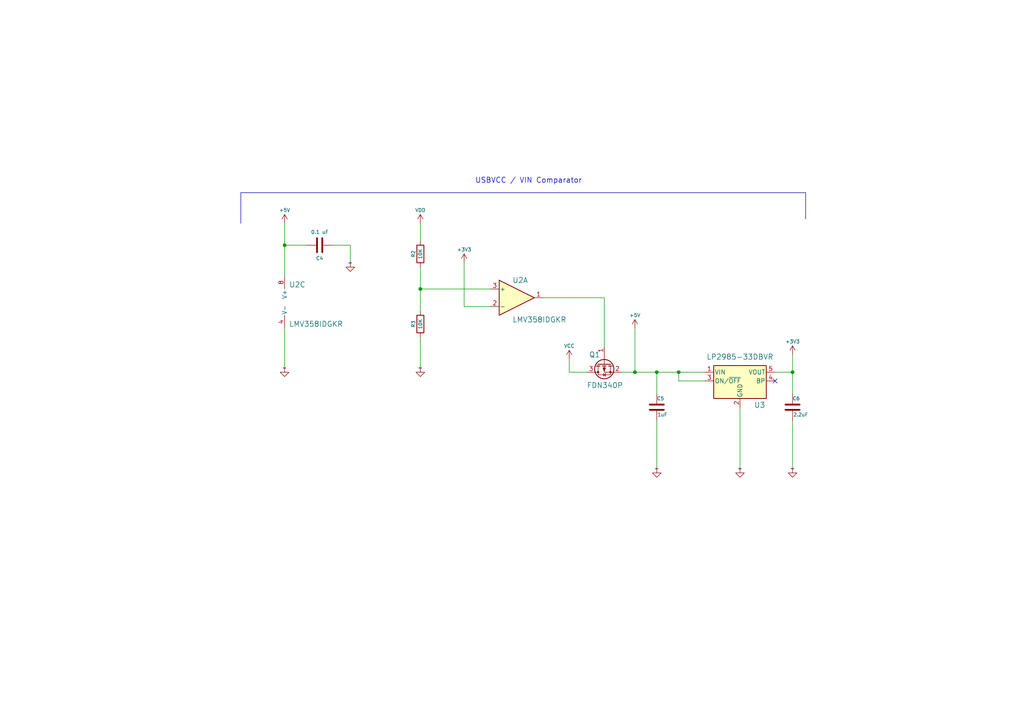
<source format=kicad_sch>
(kicad_sch (version 20230121) (generator eeschema)
  (paper "A4")
  (title_block (title "Arduino UNO R3 Clone") (date "2021-08-06") (rev "1") (company "Rheingold Heavy") (comment 1 "Based on the Arduino UNO R3 From arduino.cc"))
  (lib_symbols
    (symbol "Amplifier_Operational:LMV358" (pin_names (offset 0.127))
      (property "Reference" "U" (at 0 5.08 0))
      (property "Value" "LMV358" (at 0 -5.08 0))
      (symbol "LMV358_1_1"
        (polyline (pts (xy -5.08 5.08) (xy 5.08 0) (xy -5.08 -5.08) (xy -5.08 5.08)) (stroke (width 0.254)) (fill (type background)))
        (pin output line (at 7.62 0 180) (length 2.54) (name "~") (number "1"))
        (pin input line (at -7.62 -2.54 0) (length 2.54) (name "-") (number "2"))
        (pin input line (at -7.62 2.54 0) (length 2.54) (name "+") (number "3"))
      )
      (symbol "LMV358_2_1"
        (polyline (pts (xy -5.08 5.08) (xy 5.08 0) (xy -5.08 -5.08) (xy -5.08 5.08)) (stroke (width 0.254)) (fill (type background)))
        (pin input line (at -7.62 2.54 0) (length 2.54) (name "+") (number "5"))
        (pin input line (at -7.62 -2.54 0) (length 2.54) (name "-") (number "6"))
        (pin output line (at 7.62 0 180) (length 2.54) (name "~") (number "7"))
      )
      (symbol "LMV358_3_1"
        (pin power_in line (at -2.54 -7.62 90) (length 3.81) (name "V-") (number "4"))
        (pin power_in line (at -2.54 7.62 270) (length 3.81) (name "V+") (number "8"))
      )
    )
    (symbol "Device:C" (pin_numbers hide) (pin_names (offset 0.254))
      (property "Reference" "C" (at 0.635 2.54 0))
      (property "Value" "C" (at 0.635 -2.54 0))
      (symbol "C_0_1"
        (polyline (pts (xy -2.032 -0.762) (xy 2.032 -0.762)) (stroke (width 0.508)))
        (polyline (pts (xy -2.032 0.762) (xy 2.032 0.762)) (stroke (width 0.508)))
      )
      (symbol "C_1_1"
        (pin passive line (at 0 3.81 270) (length 2.794) (name "~") (number "1"))
        (pin passive line (at 0 -3.81 90) (length 2.794) (name "~") (number "2"))
      )
    )
    (symbol "Device:Q_PMOS_GSD" (pin_names (offset 0) hide)
      (property "Reference" "Q" (at 5.08 1.27 0))
      (property "Value" "Q_PMOS_GSD" (at 5.08 -1.27 0))
      (symbol "Q_PMOS_GSD_0_1"
        (polyline (pts (xy 0.254 0) (xy -2.54 0)))
        (polyline (pts (xy 0.254 1.905) (xy 0.254 -1.905)) (stroke (width 0.254)))
        (polyline (pts (xy 0.762 -1.27) (xy 0.762 -2.286)) (stroke (width 0.254)))
        (polyline (pts (xy 0.762 0.508) (xy 0.762 -0.508)) (stroke (width 0.254)))
        (polyline (pts (xy 0.762 2.286) (xy 0.762 1.27)) (stroke (width 0.254)))
        (polyline (pts (xy 2.54 2.54) (xy 2.54 1.778)))
        (polyline (pts (xy 2.54 -2.54) (xy 2.54 0) (xy 0.762 0)))
        (polyline (pts (xy 0.762 1.778) (xy 3.302 1.778) (xy 3.302 -1.778) (xy 0.762 -1.778)))
        (polyline (pts (xy 2.286 0) (xy 1.27 0.381) (xy 1.27 -0.381) (xy 2.286 0)) (fill (type outline)))
        (polyline (pts (xy 2.794 -0.508) (xy 2.921 -0.381) (xy 3.683 -0.381) (xy 3.81 -0.254)))
        (polyline (pts (xy 3.302 -0.381) (xy 2.921 0.254) (xy 3.683 0.254) (xy 3.302 -0.381)))
        (circle (center 1.651 0) (radius 2.794) (stroke (width 0.254)))
        (circle (center 2.54 -1.778) (radius 0.254) (fill (type outline)))
        (circle (center 2.54 1.778) (radius 0.254) (fill (type outline)))
      )
      (symbol "Q_PMOS_GSD_1_1"
        (pin input line (at -5.08 0 0) (length 2.54) (name "G") (number "1"))
        (pin passive line (at 2.54 -5.08 90) (length 2.54) (name "S") (number "2"))
        (pin passive line (at 2.54 5.08 270) (length 2.54) (name "D") (number "3"))
      )
    )
    (symbol "Device:R" (pin_numbers hide) (pin_names (offset 0))
      (property "Reference" "R" (at 2.032 0 90))
      (property "Value" "R" (at 0 0 90))
      (symbol "R_0_1"
        (rectangle (start -1.016 -2.54) (end 1.016 2.54) (stroke (width 0.254)))
      )
      (symbol "R_1_1"
        (pin passive line (at 0 3.81 270) (length 1.27) (name "~") (number "1"))
        (pin passive line (at 0 -3.81 90) (length 1.27) (name "~") (number "2"))
      )
    )
    (symbol "Regulator_Linear:LP2985-3.3" (pin_names (offset 0.254))
      (property "Reference" "U" (at -6.35 5.715 0))
      (property "Value" "LP2985-3.3" (at 0 5.715 0))
      (symbol "LP2985-3.3_0_1"
        (rectangle (start -7.62 -5.08) (end 7.62 4.445) (stroke (width 0.254)) (fill (type background)))
      )
      (symbol "LP2985-3.3_1_1"
        (pin power_in line (at -10.16 2.54 0) (length 2.54) (name "VIN") (number "1"))
        (pin power_in line (at 0 -7.62 90) (length 2.54) (name "GND") (number "2"))
        (pin input line (at -10.16 0 0) (length 2.54) (name "ON/~{OFF}") (number "3"))
        (pin input line (at 10.16 0 180) (length 2.54) (name "BP") (number "4"))
        (pin power_out line (at 10.16 2.54 180) (length 2.54) (name "VOUT") (number "5"))
      )
    )
    (symbol "power:+3V3" (power) (pin_names (offset 0))
      (property "Value" "+3V3" (at 0 3.556 0))
      (symbol "+3V3_0_1"
        (polyline (pts (xy -0.762 1.27) (xy 0 2.54)))
        (polyline (pts (xy 0 0) (xy 0 2.54)))
        (polyline (pts (xy 0 2.54) (xy 0.762 1.27)))
      )
      (symbol "+3V3_1_1"
        (pin power_in line (at 0 0 90) (length 0) hide (name "+3V3") (number "1"))
      )
    )
    (symbol "power:+5V" (power) (pin_names (offset 0))
      (property "Value" "+5V" (at 0 3.556 0))
      (symbol "+5V_0_1"
        (polyline (pts (xy -0.762 1.27) (xy 0 2.54)))
        (polyline (pts (xy 0 0) (xy 0 2.54)))
        (polyline (pts (xy 0 2.54) (xy 0.762 1.27)))
      )
      (symbol "+5V_1_1"
        (pin power_in line (at 0 0 90) (length 0) hide (name "+5V") (number "1"))
      )
    )
    (symbol "power:GND" (power) (pin_names (offset 0))
      (property "Value" "GND" (at 0 -3.81 0))
      (symbol "GND_0_1"
        (polyline (pts (xy 0 0) (xy 0 -1.27) (xy 1.27 -1.27) (xy 0 -2.54) (xy -1.27 -1.27) (xy 0 -1.27)))
      )
      (symbol "GND_1_1"
        (pin power_in line (at 0 0 270) (length 0) hide (name "GND") (number "1"))
      )
    )
    (symbol "power:VCC" (power) (pin_names (offset 0))
      (property "Value" "VCC" (at 0 3.81 0))
      (symbol "VCC_0_1"
        (polyline (pts (xy -0.762 1.27) (xy 0 2.54)))
        (polyline (pts (xy 0 0) (xy 0 2.54)))
        (polyline (pts (xy 0 2.54) (xy 0.762 1.27)))
      )
      (symbol "VCC_1_1"
        (pin power_in line (at 0 0 90) (length 0) hide (name "VCC") (number "1"))
      )
    )
    (symbol "power:VDD" (power) (pin_names (offset 0))
      (property "Value" "VDD" (at 0 3.81 0))
      (symbol "VDD_0_1"
        (polyline (pts (xy -0.762 1.27) (xy 0 2.54)))
        (polyline (pts (xy 0 0) (xy 0 2.54)))
        (polyline (pts (xy 0 2.54) (xy 0.762 1.27)))
      )
      (symbol "VDD_1_1"
        (pin power_in line (at 0 0 90) (length 0) hide (name "VDD") (number "1"))
      )
    )
  )
  (junction (at 82.55 71.12))
  (junction (at 190.5 107.95))
  (junction (at 196.85 107.95))
  (junction (at 229.87 107.95))
  (junction (at 121.92 83.82))
  (junction (at 184.15 107.95))
  (no_connect (at 224.79 110.49))
  (wire (pts (xy 196.85 107.95) (xy 196.85 110.49)))
  (wire (pts (xy 157.48 86.36) (xy 175.26 86.36)))
  (polyline (pts (xy 69.85 55.88) (xy 233.68 55.88)))
  (wire (pts (xy 184.15 95.25) (xy 184.15 107.95)))
  (wire (pts (xy 175.26 86.36) (xy 175.26 100.33)))
  (wire (pts (xy 190.5 107.95) (xy 196.85 107.95)))
  (wire (pts (xy 121.92 64.77) (xy 121.92 69.85)))
  (wire (pts (xy 190.5 121.92) (xy 190.5 135.89)))
  (wire (pts (xy 121.92 83.82) (xy 142.24 83.82)))
  (wire (pts (xy 121.92 106.68) (xy 121.92 97.79)))
  (polyline (pts (xy 233.68 55.88) (xy 233.68 63.5)))
  (wire (pts (xy 96.52 71.12) (xy 101.6 71.12)))
  (wire (pts (xy 229.87 107.95) (xy 229.87 114.3)))
  (wire (pts (xy 82.55 64.77) (xy 82.55 71.12)))
  (wire (pts (xy 224.79 107.95) (xy 229.87 107.95)))
  (polyline (pts (xy 69.85 64.77) (xy 69.85 55.88)))
  (wire (pts (xy 121.92 83.82) (xy 121.92 90.17)))
  (wire (pts (xy 184.15 107.95) (xy 190.5 107.95)))
  (wire (pts (xy 214.63 118.11) (xy 214.63 135.89)))
  (wire (pts (xy 134.62 88.9) (xy 134.62 76.2)))
  (wire (pts (xy 134.62 88.9) (xy 142.24 88.9)))
  (wire (pts (xy 229.87 121.92) (xy 229.87 135.89)))
  (wire (pts (xy 229.87 102.87) (xy 229.87 107.95)))
  (wire (pts (xy 170.18 107.95) (xy 165.1 107.95)))
  (wire (pts (xy 82.55 106.68) (xy 82.55 95.25)))
  (wire (pts (xy 121.92 77.47) (xy 121.92 83.82)))
  (wire (pts (xy 101.6 71.12) (xy 101.6 76.2)))
  (wire (pts (xy 204.47 110.49) (xy 196.85 110.49)))
  (wire (pts (xy 82.55 71.12) (xy 88.9 71.12)))
  (wire (pts (xy 196.85 107.95) (xy 204.47 107.95)))
  (wire (pts (xy 82.55 71.12) (xy 82.55 80.01)))
  (wire (pts (xy 165.1 107.95) (xy 165.1 104.14)))
  (wire (pts (xy 180.34 107.95) (xy 184.15 107.95)))
  (wire (pts (xy 190.5 107.95) (xy 190.5 114.3)))
  (text "USBVCC / VIN Comparator" (at 137.795 53.34 0) (effects (font (size 1.524 1.524)) (justify left bottom)))
  (symbol (lib_id "Device:R") (at 121.92 73.66 180) (unit 1)
    (property "Reference" "R2" (at 119.888 73.66 90) (effects (font (size 1.016 1.016))))
    (property "Value" "10K" (at 121.92 73.66 90) (effects (font (size 1.016 1.016))))
    (property "Footprint" "Resistor_SMD:R_0603_1608Metric" (effects hide))
    (property "Datasheet" "http://images.ihscontent.net/vipimages/VipMasterIC/IC/VISH/VISHS75859/VISHS75859-1.pdf" (effects hide))
    (property "Characteristics" "RESISTOR, METAL GLAZE/THICK FILM, 0.125W, 5%, 200ppm, 10000ohm, SURFACE MOUNT, 0805" (effects hide))
    (property "Description" "10K Comparator Voltage Divider Resistor" (effects hide))
    (property "MFN" "Vishay" (effects hide))
    (property "Package ID" "SMD_0805" (effects hide))
    (property "Source" "ANY" (effects hide))
    (property "Critical" "N" (effects hide))
    (property "Subsystem" "Voltage_Mgmt" (effects hide))
    (property "MPN" "CRCW080510K0JNEA" (effects hide))
  )
  (symbol (lib_id "Device:Q_PMOS_GSD") (at 175.26 105.41 90) (mirror x) (unit 1)
    (property "Reference" "Q1" (at 170.815 102.87 90) (effects (font (size 1.524 1.524)) (justify right)))
    (property "Value" "FDN340P" (at 170.18 111.76 90) (effects (font (size 1.524 1.524)) (justify right)))
    (property "Footprint" "Package_TO_SOT_SMD:SOT-23" (effects hide))
    (property "Datasheet" "https://www.fairchildsemi.com/datasheets/FD/FDN340P.pdf" (effects hide))
    (property "Characteristics" "2000 mA, 20 V, P-CHANNEL, Si, SMALL SIGNAL, MOSFET, SUPERSOT-3" (effects hide))
    (property "Description" "USBVCC MOSFET" (effects hide))
    (property "MFN" "Fairchild Semiconductor" (effects hide))
    (property "Package ID" "SOT23" (effects hide))
    (property "Source" "ANY" (effects hide))
    (property "Critical" "N" (effects hide))
    (property "Subsystem" "Voltage_Mgmt" (effects hide))
    (property "MPN" "FDN340P" (effects hide))
  )
  (symbol (lib_id "Amplifier_Operational:LMV358") (at 149.86 86.36 0) (unit 1)
    (property "Reference" "U2" (at 148.59 81.28 0) (effects (font (size 1.524 1.524)) (justify left)))
    (property "Value" "LMV358IDGKR" (at 148.59 92.71 0) (effects (font (size 1.524 1.524)) (justify left)))
    (property "Footprint" "Package_SO:HVSSOP-8-1EP_3x3mm_P0.65mm_EP1.57x1.89mm" (effects hide))
    (property "Datasheet" "http://www.ti.com/lit/ds/symlink/lmv358.pdf" (effects hide))
    (property "Characteristics" "DUAL OP-AMP, 7000uV OFFSET-MAX, 1MHz BAND WIDTH" (effects hide))
    (property "Description" "Comparator Op-amp" (effects hide))
    (property "MFN" "Texas Instruments" (effects hide))
    (property "Package ID" "VSSOP8" (effects hide))
    (property "Source" "ANY" (effects hide))
    (property "Critical" "N" (effects hide))
    (property "Subsystem" "Voltage_Mgmt" (effects hide))
    (property "MPN" "LMV358IDGKR" (effects hide))
  )
  (symbol (lib_id "power:GND") (at 101.6 76.2 0) (unit 1)
    (property "Reference" "#PWR010" (effects hide))
    (property "Value" "GND" (effects hide))
    (property "Footprint" "~" (at 101.6 76.2 0) (effects (font (size 1.524 1.524))))
    (property "Datasheet" "~" (at 101.6 76.2 0) (effects (font (size 1.524 1.524))))
    (property "Source" "ANY" (effects hide))
    (property "Critical" "N" (effects hide))
  )
  (symbol (lib_id "Regulator_Linear:LP2985-3.3") (at 214.63 110.49 0) (unit 1)
    (property "Reference" "U3" (at 220.345 117.475 0) (effects (font (size 1.524 1.524))))
    (property "Value" "LP2985-33DBVR" (at 214.63 103.505 0) (effects (font (size 1.524 1.524))))
    (property "Footprint" "Package_TO_SOT_SMD:SOT-23-5" (effects hide))
    (property "Datasheet" "http://www.ti.com/lit/ds/symlink/lp2985-33.pdf" (effects hide))
    (property "Characteristics" "3.3V FIXED POSITIVE LDO REGULATOR, 0.575V DROPOUT" (effects hide))
    (property "Description" "3V3 Fixed LDO Regulator" (effects hide))
    (property "MFN" "Texas Instruments" (effects hide))
    (property "Package ID" "SOT-23 5" (effects hide))
    (property "Source" "ANY" (effects hide))
    (property "Critical" "N" (effects hide))
    (property "Subsystem" "Voltage_Mgmt" (effects hide))
    (property "MPN" "LP2985-33DBVR" (effects hide))
  )
  (symbol (lib_id "Device:C") (at 229.87 118.11 0) (unit 1)
    (property "Reference" "C6" (at 229.87 115.57 0) (effects (font (size 1.016 1.016)) (justify left)))
    (property "Value" "2.2uF" (at 230.0224 120.269 0) (effects (font (size 1.016 1.016)) (justify left)))
    (property "Footprint" "Capacitor_SMD:C_0603_1608Metric" (effects hide))
    (property "Datasheet" "http://product.tdk.com/en/catalog/datasheets/mlcc_commercial_general_en.pdf" (effects hide))
    (property "Characteristics" "CAP CER 2.2UF 16V X7R 0805" (effects hide))
    (property "Description" "2.2uF 3V3 LDO Output Cap" (effects hide))
    (property "MFN" "TDK Corporation" (effects hide))
    (property "Package ID" "SMD_0805" (effects hide))
    (property "Source" "ANY" (effects hide))
    (property "Critical" "Y" (effects hide))
    (property "Subsystem" "Voltage_Mgmt" (effects hide))
    (property "Notes" "Must be between 0.001 and 1Ω ESR" (effects hide))
    (property "MPN" "C2012X7R1C225K125AB" (effects hide))
  )
  (symbol (lib_id "Device:C") (at 190.5 118.11 0) (unit 1)
    (property "Reference" "C5" (at 190.5 115.57 0) (effects (font (size 1.016 1.016)) (justify left)))
    (property "Value" "1uF" (at 190.6524 120.269 0) (effects (font (size 1.016 1.016)) (justify left)))
    (property "Footprint" "Capacitor_SMD:C_0603_1608Metric" (effects hide))
    (property "Datasheet" "http://www.kemet.com/docfinder?Partnumber=C0805C105K8RACAUTO" (effects hide))
    (property "Characteristics" "CAPACITOR, CERAMIC, MULTILAYER, 10 V, X7R, 1 uF, SURFACE MOUNT, 0805" (effects hide))
    (property "Description" "3V3 LDO Input Cap" (effects hide))
    (property "MFN" "Kemet" (effects hide))
    (property "Package ID" "SMD_0805" (effects hide))
    (property "Source" "ANY" (effects hide))
    (property "Critical" "N" (effects hide))
    (property "Subsystem" "Voltage_Mgmt" (effects hide))
    (property "MPN" "C0805C105K8RACAUTO " (effects hide))
  )
  (symbol (lib_id "Device:R") (at 121.92 93.98 180) (unit 1)
    (property "Reference" "R3" (at 119.888 93.98 90) (effects (font (size 1.016 1.016))))
    (property "Value" "10K" (at 121.92 93.98 90) (effects (font (size 1.016 1.016))))
    (property "Footprint" "Resistor_SMD:R_0603_1608Metric" (effects hide))
    (property "Datasheet" "http://images.ihscontent.net/vipimages/VipMasterIC/IC/VISH/VISHS75859/VISHS75859-1.pdf" (effects hide))
    (property "Characteristics" "RESISTOR, METAL GLAZE/THICK FILM, 0.125W, 5%, 200ppm, 10000ohm, SURFACE MOUNT, 0805" (effects hide))
    (property "Description" "10K Comparator Voltage Divider Resistor" (effects hide))
    (property "MFN" "Vishay" (effects hide))
    (property "Package ID" "SMD_0805" (effects hide))
    (property "Source" "ANY" (effects hide))
    (property "Critical" "N" (effects hide))
    (property "Subsystem" "Voltage_Mgmt" (effects hide))
    (property "MPN" "CRCW080510K0JNEA" (effects hide))
  )
  (symbol (lib_id "Device:C") (at 92.71 71.12 270) (unit 1)
    (property "Reference" "C4" (at 92.71 74.93 90) (effects (font (size 1.016 1.016))))
    (property "Value" "0.1 uF" (at 90.17 67.31 90) (effects (font (size 1.016 1.016)) (justify left)))
    (property "Footprint" "Capacitor_SMD:C_0603_1608Metric" (effects hide))
    (property "Datasheet" "http://images.ihscontent.net/vipimages/VipMasterIC/IC/KEME/KEMES10043/KEMES10043-1.pdf" (effects hide))
    (property "Characteristics" "CAPACITOR, CERAMIC, MULTILAYER, 100 V, X7R, 0.1 uF, SURFACE MOUNT, 0805, CHIP, ROHS COMPLIANT" (effects hide))
    (property "Description" "LDO Bypass Cap" (effects hide))
    (property "MFN" "Kemet" (effects hide))
    (property "Package ID" "SMD_0805" (effects hide))
    (property "Source" "ANY" (effects hide))
    (property "Critical" "N" (effects hide))
    (property "Subsystem" "Voltage_Mgmt" (effects hide))
    (property "MPN" "C0805C104K1RACAUTO" (effects hide))
  )
  (symbol (lib_id "power:GND") (at 190.5 135.89 0) (unit 1)
    (property "Reference" "#PWR018" (effects hide))
    (property "Value" "GND" (effects hide))
    (property "Footprint" "~" (at 190.5 135.89 0) (effects (font (size 1.524 1.524))))
    (property "Datasheet" "~" (at 190.5 135.89 0) (effects (font (size 1.524 1.524))))
    (property "Source" "ANY" (effects hide))
    (property "Critical" "N" (effects hide))
  )
  (symbol (lib_id "power:GND") (at 214.63 135.89 0) (unit 1)
    (property "Reference" "#PWR019" (effects hide))
    (property "Value" "GND" (effects hide))
    (property "Footprint" "~" (at 214.63 135.89 0) (effects (font (size 1.524 1.524))))
    (property "Datasheet" "~" (at 214.63 135.89 0) (effects (font (size 1.524 1.524))))
    (property "Source" "ANY" (effects hide))
    (property "Critical" "N" (effects hide))
  )
  (symbol (lib_id "power:GND") (at 229.87 135.89 0) (unit 1)
    (property "Reference" "#PWR020" (effects hide))
    (property "Value" "GND" (effects hide))
    (property "Footprint" "~" (at 229.87 135.89 0) (effects (font (size 1.524 1.524))))
    (property "Datasheet" "~" (at 229.87 135.89 0) (effects (font (size 1.524 1.524))))
    (property "Source" "ANY" (effects hide))
    (property "Critical" "N" (effects hide))
  )
  (symbol (lib_id "power:GND") (at 82.55 106.68 0) (unit 1)
    (property "Reference" "#PWR021" (effects hide))
    (property "Value" "GND" (effects hide))
    (property "Footprint" "~" (at 82.55 106.68 0) (effects (font (size 1.524 1.524))))
    (property "Datasheet" "~" (at 82.55 106.68 0) (effects (font (size 1.524 1.524))))
    (property "Source" "ANY" (effects hide))
    (property "Critical" "N" (effects hide))
  )
  (symbol (lib_id "Amplifier_Operational:LMV358") (at 85.09 87.63 0) (unit 3)
    (property "Reference" "U2" (at 83.82 82.55 0) (effects (font (size 1.524 1.524)) (justify left)))
    (property "Value" "LMV358IDGKR" (at 83.82 93.98 0) (effects (font (size 1.524 1.524)) (justify left)))
    (property "Footprint" "Package_SO:HVSSOP-8-1EP_3x3mm_P0.65mm_EP1.57x1.89mm" (effects hide))
    (property "Datasheet" "http://www.ti.com/lit/ds/symlink/lmv358.pdf" (effects hide))
    (property "Characteristics" "DUAL OP-AMP, 7000uV OFFSET-MAX, 1MHz BAND WIDTH" (effects hide))
    (property "Description" "Comparator Op-amp" (effects hide))
    (property "MFN" "Texas Instruments" (effects hide))
    (property "Package ID" "VSSOP8" (effects hide))
    (property "Source" "ANY" (effects hide))
    (property "Critical" "N" (effects hide))
    (property "Subsystem" "Voltage_Mgmt" (effects hide))
    (property "MPN" "LMV358IDGKR" (effects hide))
  )
  (symbol (lib_id "power:GND") (at 121.92 106.68 0) (unit 1)
    (property "Reference" "#PWR0101" (effects hide))
    (property "Value" "GND" (effects hide))
    (property "Footprint" "~" (at 121.92 106.68 0) (effects (font (size 1.524 1.524))))
    (property "Datasheet" "~" (at 121.92 106.68 0) (effects (font (size 1.524 1.524))))
    (property "Source" "ANY" (effects hide))
    (property "Critical" "N" (effects hide))
  )
  (symbol (lib_id "power:+3V3") (at 134.62 76.2 0) (unit 1)
    (property "Reference" "#PWR0406" (effects hide))
    (property "Value" "+3V3" (at 134.62 72.39 0) (effects (font (size 1.016 1.016))))
  )
  (symbol (lib_id "power:+5V") (at 82.55 64.77 0) (unit 1)
    (property "Reference" "#PWR0201" (effects hide))
    (property "Value" "+5V" (at 82.55 60.96 0) (effects (font (size 1.016 1.016))))
    (instances (project "Arduino_Uno_R3_From_Scratch" (path "" (reference "#PWR0201") (unit 1)) (path "" (reference "#PWR0303") (unit 1)) (path "" (reference "#PWR0402") (unit 1))))
  )
  (symbol (lib_id "power:+3V3") (at 229.87 102.87 0) (unit 1)
    (property "Reference" "#PWR0413" (effects hide))
    (property "Value" "+3V3" (at 229.87 99.06 0) (effects (font (size 1.016 1.016))))
  )
  (symbol (lib_id "power:VCC") (at 165.1 104.14 0) (unit 1)
    (property "Reference" "#PWR0202" (effects hide))
    (property "Value" "VCC" (at 165.1 100.33 0) (effects (font (size 1.016 1.016))))
    (instances (project "Arduino_Uno_R3_From_Scratch" (path "" (reference "#PWR0202") (unit 1)) (path "" (reference "#PWR0301") (unit 1)) (path "" (reference "#PWR0405") (unit 1))))
  )
  (symbol (lib_id "power:+5V") (at 184.15 95.25 0) (unit 1)
    (property "Reference" "#PWR0201" (effects hide))
    (property "Value" "+5V" (at 184.15 91.44 0) (effects (font (size 1.016 1.016))))
    (instances (project "Arduino_Uno_R3_From_Scratch" (path "" (reference "#PWR0201") (unit 1)) (path "" (reference "#PWR0303") (unit 1)) (path "" (reference "#PWR0404") (unit 1))))
  )
  (symbol (lib_id "power:VDD") (at 121.92 64.77 0) (unit 1)
    (property "Reference" "#PWR0206" (effects hide))
    (property "Value" "VDD" (at 121.92 60.96 0) (effects (font (size 1.016 1.016))))
    (instances (project "Arduino_Uno_R3_From_Scratch" (path "" (reference "#PWR0206") (unit 1)) (path "" (reference "#PWR0302") (unit 1)) (path "" (reference "#PWR0401") (unit 1))))
  )
)
</source>
